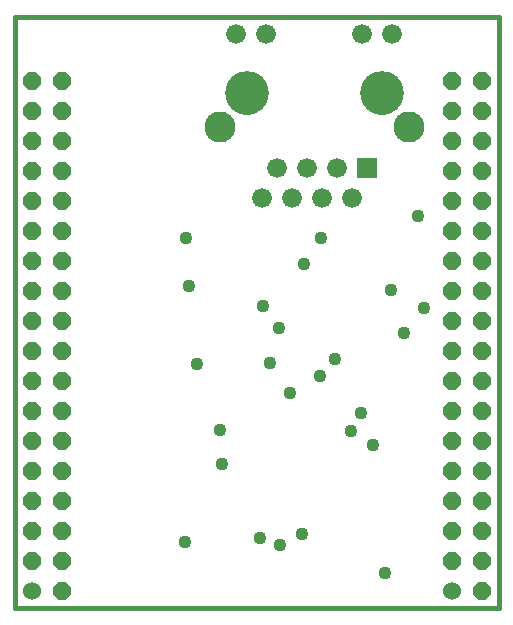
<source format=gbs>
G75*
%MOIN*%
%OFA0B0*%
%FSLAX24Y24*%
%IPPOS*%
%LPD*%
%AMOC8*
5,1,8,0,0,1.08239X$1,22.5*
%
%ADD10C,0.0160*%
%ADD11C,0.0600*%
%ADD12OC8,0.0600*%
%ADD13C,0.0660*%
%ADD14C,0.1035*%
%ADD15R,0.0660X0.0660*%
%ADD16C,0.0000*%
%ADD17C,0.1460*%
%ADD18C,0.0436*%
D10*
X000259Y000180D02*
X016401Y000180D01*
X016401Y019865D01*
X000259Y019865D01*
X000259Y000180D01*
D11*
X000830Y000735D03*
X014830Y000735D03*
D12*
X014830Y001735D03*
X014830Y002735D03*
X014830Y003735D03*
X014830Y004735D03*
X014830Y005735D03*
X014830Y006735D03*
X014830Y007735D03*
X014830Y008735D03*
X014830Y009735D03*
X014830Y010735D03*
X014830Y011735D03*
X014830Y012735D03*
X014830Y013735D03*
X014830Y014735D03*
X014830Y015735D03*
X014830Y016735D03*
X014830Y017735D03*
X015830Y017735D03*
X015830Y016735D03*
X015830Y015735D03*
X015830Y014735D03*
X015830Y013735D03*
X015830Y012735D03*
X015830Y011735D03*
X015830Y010735D03*
X015830Y009735D03*
X015830Y008735D03*
X015830Y007735D03*
X015830Y006735D03*
X015830Y005735D03*
X015830Y004735D03*
X015830Y003735D03*
X015830Y002735D03*
X015830Y001735D03*
X015830Y000735D03*
X001830Y000735D03*
X001830Y001735D03*
X001830Y002735D03*
X001830Y003735D03*
X001830Y004735D03*
X001830Y005735D03*
X001830Y006735D03*
X001830Y007735D03*
X001830Y008735D03*
X001830Y009735D03*
X001830Y010735D03*
X001830Y011735D03*
X001830Y012735D03*
X001830Y013735D03*
X001830Y014735D03*
X001830Y015735D03*
X001830Y016735D03*
X001830Y017735D03*
X000830Y017735D03*
X000830Y016735D03*
X000830Y015735D03*
X000830Y014735D03*
X000830Y013735D03*
X000830Y012735D03*
X000830Y011735D03*
X000830Y010735D03*
X000830Y009735D03*
X000830Y008735D03*
X000830Y007735D03*
X000830Y006735D03*
X000830Y005735D03*
X000830Y004735D03*
X000830Y003735D03*
X000830Y002735D03*
X000830Y001735D03*
D13*
X008489Y013845D03*
X008989Y014845D03*
X009489Y013845D03*
X009989Y014845D03*
X010489Y013845D03*
X010989Y014845D03*
X011489Y013845D03*
X011839Y019295D03*
X012839Y019295D03*
X008639Y019295D03*
X007639Y019295D03*
D14*
X007089Y016195D03*
X013389Y016195D03*
D15*
X011989Y014845D03*
D16*
X011789Y017345D02*
X011791Y017397D01*
X011797Y017449D01*
X011807Y017501D01*
X011820Y017551D01*
X011837Y017601D01*
X011858Y017649D01*
X011883Y017695D01*
X011911Y017739D01*
X011942Y017781D01*
X011976Y017821D01*
X012013Y017858D01*
X012053Y017892D01*
X012095Y017923D01*
X012139Y017951D01*
X012185Y017976D01*
X012233Y017997D01*
X012283Y018014D01*
X012333Y018027D01*
X012385Y018037D01*
X012437Y018043D01*
X012489Y018045D01*
X012541Y018043D01*
X012593Y018037D01*
X012645Y018027D01*
X012695Y018014D01*
X012745Y017997D01*
X012793Y017976D01*
X012839Y017951D01*
X012883Y017923D01*
X012925Y017892D01*
X012965Y017858D01*
X013002Y017821D01*
X013036Y017781D01*
X013067Y017739D01*
X013095Y017695D01*
X013120Y017649D01*
X013141Y017601D01*
X013158Y017551D01*
X013171Y017501D01*
X013181Y017449D01*
X013187Y017397D01*
X013189Y017345D01*
X013187Y017293D01*
X013181Y017241D01*
X013171Y017189D01*
X013158Y017139D01*
X013141Y017089D01*
X013120Y017041D01*
X013095Y016995D01*
X013067Y016951D01*
X013036Y016909D01*
X013002Y016869D01*
X012965Y016832D01*
X012925Y016798D01*
X012883Y016767D01*
X012839Y016739D01*
X012793Y016714D01*
X012745Y016693D01*
X012695Y016676D01*
X012645Y016663D01*
X012593Y016653D01*
X012541Y016647D01*
X012489Y016645D01*
X012437Y016647D01*
X012385Y016653D01*
X012333Y016663D01*
X012283Y016676D01*
X012233Y016693D01*
X012185Y016714D01*
X012139Y016739D01*
X012095Y016767D01*
X012053Y016798D01*
X012013Y016832D01*
X011976Y016869D01*
X011942Y016909D01*
X011911Y016951D01*
X011883Y016995D01*
X011858Y017041D01*
X011837Y017089D01*
X011820Y017139D01*
X011807Y017189D01*
X011797Y017241D01*
X011791Y017293D01*
X011789Y017345D01*
X007289Y017345D02*
X007291Y017397D01*
X007297Y017449D01*
X007307Y017501D01*
X007320Y017551D01*
X007337Y017601D01*
X007358Y017649D01*
X007383Y017695D01*
X007411Y017739D01*
X007442Y017781D01*
X007476Y017821D01*
X007513Y017858D01*
X007553Y017892D01*
X007595Y017923D01*
X007639Y017951D01*
X007685Y017976D01*
X007733Y017997D01*
X007783Y018014D01*
X007833Y018027D01*
X007885Y018037D01*
X007937Y018043D01*
X007989Y018045D01*
X008041Y018043D01*
X008093Y018037D01*
X008145Y018027D01*
X008195Y018014D01*
X008245Y017997D01*
X008293Y017976D01*
X008339Y017951D01*
X008383Y017923D01*
X008425Y017892D01*
X008465Y017858D01*
X008502Y017821D01*
X008536Y017781D01*
X008567Y017739D01*
X008595Y017695D01*
X008620Y017649D01*
X008641Y017601D01*
X008658Y017551D01*
X008671Y017501D01*
X008681Y017449D01*
X008687Y017397D01*
X008689Y017345D01*
X008687Y017293D01*
X008681Y017241D01*
X008671Y017189D01*
X008658Y017139D01*
X008641Y017089D01*
X008620Y017041D01*
X008595Y016995D01*
X008567Y016951D01*
X008536Y016909D01*
X008502Y016869D01*
X008465Y016832D01*
X008425Y016798D01*
X008383Y016767D01*
X008339Y016739D01*
X008293Y016714D01*
X008245Y016693D01*
X008195Y016676D01*
X008145Y016663D01*
X008093Y016653D01*
X008041Y016647D01*
X007989Y016645D01*
X007937Y016647D01*
X007885Y016653D01*
X007833Y016663D01*
X007783Y016676D01*
X007733Y016693D01*
X007685Y016714D01*
X007639Y016739D01*
X007595Y016767D01*
X007553Y016798D01*
X007513Y016832D01*
X007476Y016869D01*
X007442Y016909D01*
X007411Y016951D01*
X007383Y016995D01*
X007358Y017041D01*
X007337Y017089D01*
X007320Y017139D01*
X007307Y017189D01*
X007297Y017241D01*
X007291Y017293D01*
X007289Y017345D01*
D17*
X007989Y017345D03*
X012489Y017345D03*
D18*
X013704Y013251D03*
X012799Y010771D03*
X013232Y009353D03*
X013901Y010180D03*
X011795Y006656D03*
X011480Y006066D03*
X012208Y005613D03*
X010436Y007916D03*
X010948Y008467D03*
X009452Y007326D03*
X008783Y008349D03*
X009078Y009491D03*
X008527Y010239D03*
X009905Y011637D03*
X010476Y012503D03*
X006322Y008310D03*
X007110Y006105D03*
X007169Y004963D03*
X008428Y002503D03*
X009098Y002286D03*
X009826Y002621D03*
X012621Y001322D03*
X005948Y002365D03*
X006066Y010889D03*
X005987Y012503D03*
M02*

</source>
